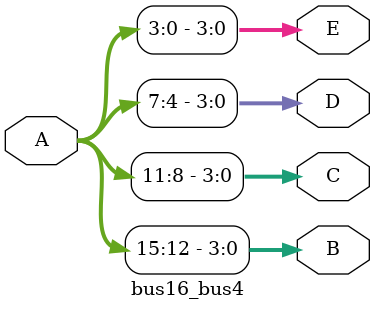
<source format=v>
module bus16_bus4(
	A,
	B,
	C,
	D,
	E
);


input wire	[15:0] A;
output wire	[3:0] B;
output wire	[3:0] C;
output wire	[3:0] D;
output wire	[3:0] E;

assign	B[3:0] = A[15:12];
assign	C[3:0] = A[11:8];
assign	D[3:0] = A[7:4];
assign	E[3:0] = A[3:0];

endmodule

</source>
